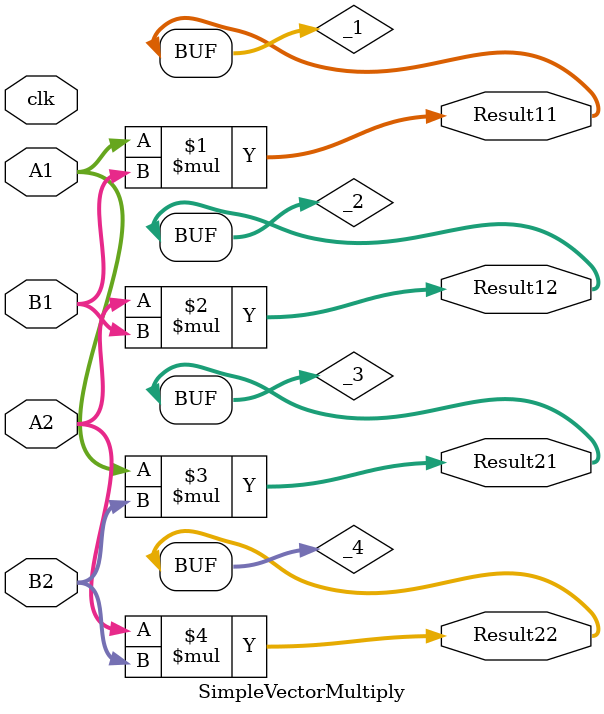
<source format=sv>
module SimpleVectorMultiply(
	input clk,
	input wire [31:0] A1,
	input wire [31:0] A2,
	input wire [31:0] B1,
	input wire [31:0] B2,
	output /*mux_wire*/ logic [31:0] Result11,
	output /*mux_wire*/ logic [31:0] Result12,
	output /*mux_wire*/ logic [31:0] Result21,
	output /*mux_wire*/ logic [31:0] Result22
);

wire [31:0] _1 = A1 * B1;
wire [31:0] _2 = A2 * B1;
wire [31:0] _3 = A1 * B2;
wire [31:0] _4 = A2 * B2;
always_comb begin
	// Combinatorial wires are not defined when not valid. This is just so that the synthesys tool doesn't generate latches
	Result11 = 'x;
	Result11 = _1;
end
always_comb begin
	// Combinatorial wires are not defined when not valid. This is just so that the synthesys tool doesn't generate latches
	Result12 = 'x;
	Result12 = _2;
end
always_comb begin
	// Combinatorial wires are not defined when not valid. This is just so that the synthesys tool doesn't generate latches
	Result21 = 'x;
	Result21 = _3;
end
always_comb begin
	// Combinatorial wires are not defined when not valid. This is just so that the synthesys tool doesn't generate latches
	Result22 = 'x;
	Result22 = _4;
end
endmodule


</source>
